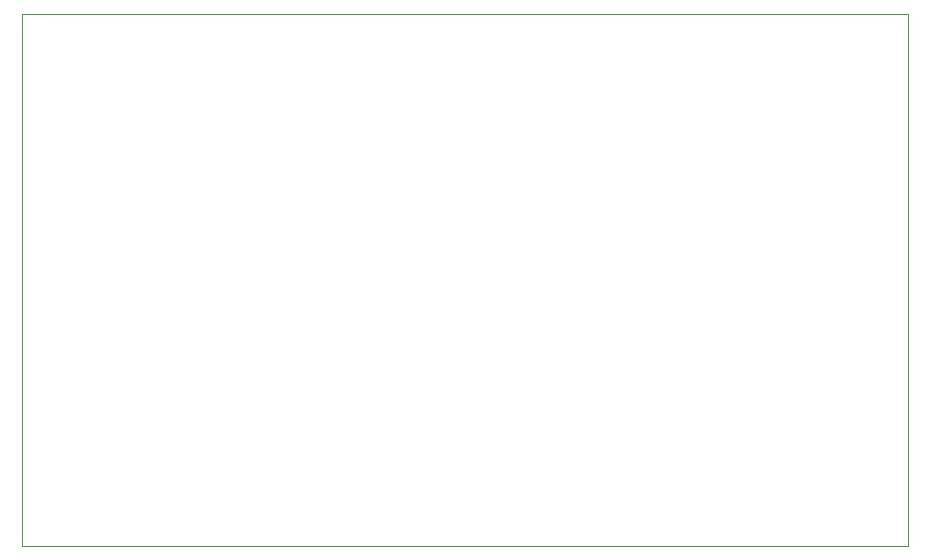
<source format=gbr>
G04 #@! TF.GenerationSoftware,KiCad,Pcbnew,5.1.2-f72e74a~84~ubuntu19.04.1*
G04 #@! TF.CreationDate,2019-05-14T14:31:21-05:00*
G04 #@! TF.ProjectId,Adapter-TE-52,41646170-7465-4722-9d54-452d35322e6b,rev?*
G04 #@! TF.SameCoordinates,Original*
G04 #@! TF.FileFunction,Profile,NP*
%FSLAX46Y46*%
G04 Gerber Fmt 4.6, Leading zero omitted, Abs format (unit mm)*
G04 Created by KiCad (PCBNEW 5.1.2-f72e74a~84~ubuntu19.04.1) date 2019-05-14 14:31:21*
%MOMM*%
%LPD*%
G04 APERTURE LIST*
%ADD10C,0.050000*%
G04 APERTURE END LIST*
D10*
X172720000Y-74295000D02*
X172720000Y-119380000D01*
X97713800Y-74295000D02*
X172720000Y-74295000D01*
X97713800Y-119380000D02*
X97713800Y-74295000D01*
X172720000Y-119380000D02*
X97713800Y-119380000D01*
M02*

</source>
